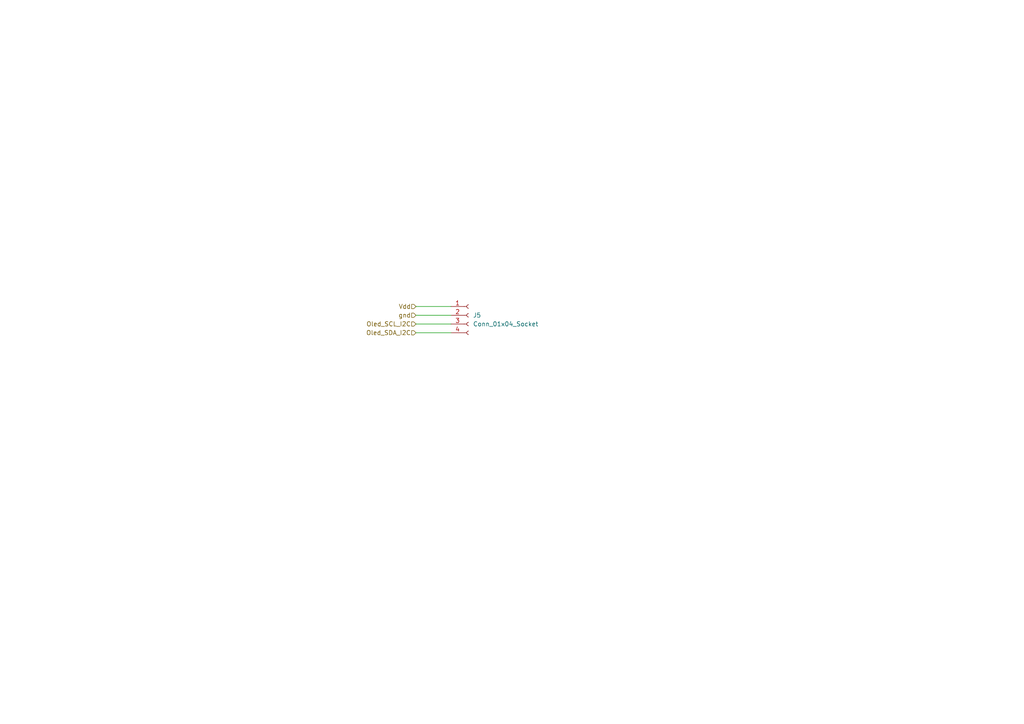
<source format=kicad_sch>
(kicad_sch (version 20230121) (generator eeschema)
  (paper "A4")
  (title_block (title "Polimi Board ") (date "2024-04-24") (rev "1.0") (company "Politecnico di Milano") (comment 1 "Embedded Systems Project") (comment 2 "ing. Zaccaria Eliseo Carrettoni"))
  (lib_symbols
    (symbol "Connector:Conn_01x04_Socket" (pin_names (offset 1.016) hide)
      (property "Reference" "J" (at 0 5.08 0))
      (property "Value" "Conn_01x04_Socket" (at 0 -7.62 0))
      (symbol "Conn_01x04_Socket_1_1"
        (arc (start 0 -4.572) (mid -0.5058 -5.08) (end 0 -5.588) (stroke (width 0.1524)))
        (arc (start 0 -2.032) (mid -0.5058 -2.54) (end 0 -3.048) (stroke (width 0.1524)))
        (polyline (pts (xy -1.27 -5.08) (xy -0.508 -5.08)) (stroke (width 0.1524)))
        (polyline (pts (xy -1.27 -2.54) (xy -0.508 -2.54)) (stroke (width 0.1524)))
        (polyline (pts (xy -1.27 0) (xy -0.508 0)) (stroke (width 0.1524)))
        (polyline (pts (xy -1.27 2.54) (xy -0.508 2.54)) (stroke (width 0.1524)))
        (arc (start 0 0.508) (mid -0.5058 0) (end 0 -0.508) (stroke (width 0.1524)))
        (arc (start 0 3.048) (mid -0.5058 2.54) (end 0 2.032) (stroke (width 0.1524)))
        (pin passive line (at -5.08 2.54 0) (length 3.81) (name "Pin_1") (number "1"))
        (pin passive line (at -5.08 0 0) (length 3.81) (name "Pin_2") (number "2"))
        (pin passive line (at -5.08 -2.54 0) (length 3.81) (name "Pin_3") (number "3"))
        (pin passive line (at -5.08 -5.08 0) (length 3.81) (name "Pin_4") (number "4"))
      )
    )
  )
  (wire (pts (xy 120.65 96.52) (xy 130.81 96.52)))
  (wire (pts (xy 120.65 91.44) (xy 130.81 91.44)))
  (wire (pts (xy 120.65 88.9) (xy 130.81 88.9)))
  (wire (pts (xy 120.65 93.98) (xy 130.81 93.98)))
  (hierarchical_label "Oled_SDA_I2C" (shape input) (at 120.65 96.52 180))
  (hierarchical_label "Oled_SCL_I2C" (shape input) (at 120.65 93.98 180))
  (hierarchical_label "gnd" (shape input) (at 120.65 91.44 180))
  (hierarchical_label "Vdd" (shape input) (at 120.65 88.9 180))
  (symbol (lib_id "Connector:Conn_01x04_Socket") (at 135.89 91.44 0) (unit 1)
    (property "Reference" "J5" (at 137.16 91.44 0) (effects (justify left)))
    (property "Value" "Conn_01x04_Socket" (at 137.16 93.98 0) (effects (justify left)))
  )
)
</source>
